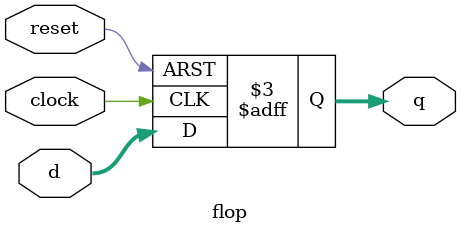
<source format=sv>
`timescale 1ns / 1ps

module flop#(parameter WIDTH = 32) 
    (
    input logic clock, reset,
    input logic [WIDTH-1:0] d, 
    output logic [WIDTH-1:0] q
);

always_ff@(posedge clock, negedge reset) 
    if (!reset) 
        q <= 0;
    else
        q <= d; 
        
endmodule
</source>
